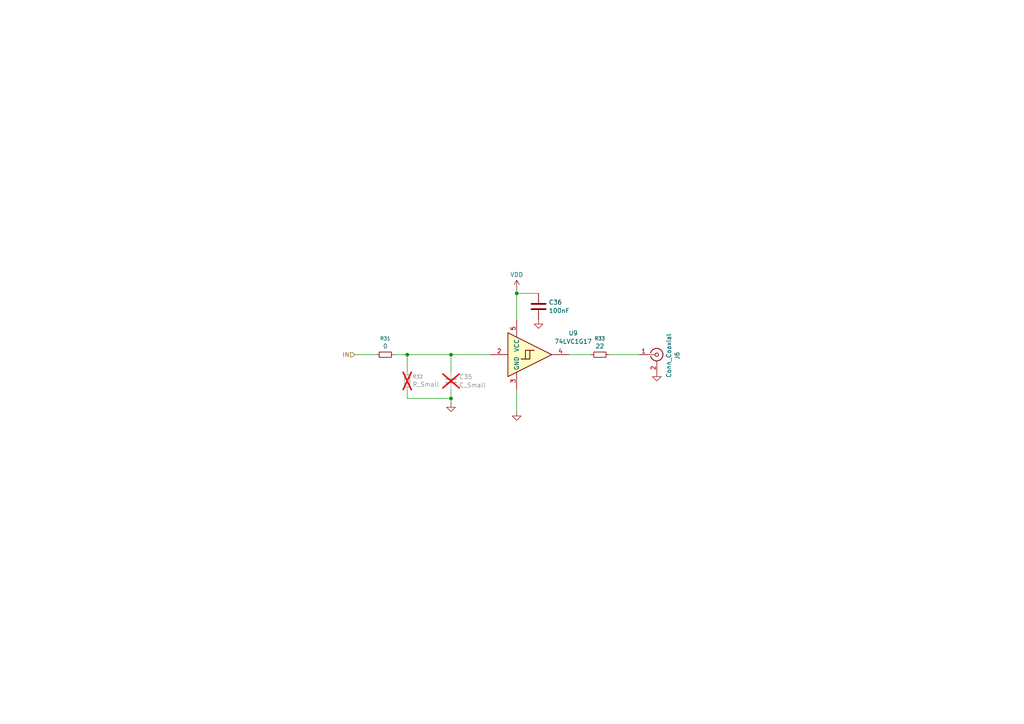
<source format=kicad_sch>
(kicad_sch (version 20250114) (generator "eeschema") (generator_version "9.0")
  (paper "A4")
  (lib_symbols
    (symbol "74xGxx:74LVC1G17"
      (property "Reference" "U" (at 0 3.81 0))
      (property "Value" "74LVC1G17" (at 0 -3.81 0))
      (symbol "74LVC1G17_0_1"
        (polyline (pts (xy -7.62 6.35) (xy -7.62 -6.35) (xy 5.08 0) (xy -7.62 6.35)) (stroke (width 0.254)) (fill (type background)))
        (polyline (pts (xy -3.81 -1.27) (xy -2.54 -1.27) (xy -2.54 1.27) (xy -1.27 1.27)) (stroke (width 0.254)) (fill (type background)))
        (polyline (pts (xy -2.54 -1.27) (xy -1.27 -1.27) (xy -1.27 1.27) (xy 0 1.27)) (stroke (width 0.254)) (fill (type background)))
      )
      (symbol "74LVC1G17_1_1"
        (pin input line (at -12.7 0 0) (length 5.08) (name "~") (number "2"))
        (pin no_connect line (at -7.62 5.08 180) (length 5.08) (hide yes) (name "NC") (number "1"))
        (pin power_in line (at -5.08 10.16 270) (length 5.08) (name "VCC") (number "5"))
        (pin power_in line (at -5.08 -10.16 90) (length 5.08) (name "GND") (number "3"))
        (pin output line (at 10.16 0 180) (length 5.08) (name "~") (number "4"))
      )
    )
    (symbol "Connector:Conn_Coaxial" (pin_names (offset 1.016) (hide yes))
      (property "Reference" "J" (at 0.254 3.048 0))
      (property "Value" "Conn_Coaxial" (at 2.921 0 90))
      (symbol "Conn_Coaxial_0_1"
        (polyline (pts (xy -2.54 0) (xy -0.508 0)))
        (arc (start 1.778 0) (mid 0.222 -1.8079) (end -1.778 -0.508) (stroke (width 0.254)))
        (arc (start -1.778 0.508) (mid 0.2221 1.8084) (end 1.778 0) (stroke (width 0.254)))
        (circle (center 0 0) (radius 0.508) (stroke (width 0.2032)))
        (polyline (pts (xy 0 -2.54) (xy 0 -1.778)))
      )
      (symbol "Conn_Coaxial_1_1"
        (pin passive line (at -5.08 0 0) (length 2.54) (name "In") (number "1"))
        (pin passive line (at 0 -5.08 90) (length 2.54) (name "Ext") (number "2"))
      )
    )
    (symbol "Device:C" (pin_numbers (hide yes)) (pin_names (offset 0.254))
      (property "Reference" "C" (at 0.635 2.54 0))
      (property "Value" "C" (at 0.635 -2.54 0))
      (symbol "C_0_1"
        (polyline (pts (xy -2.032 0.762) (xy 2.032 0.762)) (stroke (width 0.508)))
        (polyline (pts (xy -2.032 -0.762) (xy 2.032 -0.762)) (stroke (width 0.508)))
      )
      (symbol "C_1_1"
        (pin passive line (at 0 3.81 270) (length 2.794) (name "~") (number "1"))
        (pin passive line (at 0 -3.81 90) (length 2.794) (name "~") (number "2"))
      )
    )
    (symbol "Device:C_Small" (pin_numbers (hide yes)) (pin_names (offset 0.254) (hide yes))
      (property "Reference" "C" (at 0.254 1.778 0))
      (property "Value" "C_Small" (at 0.254 -2.032 0))
      (symbol "C_Small_0_1"
        (polyline (pts (xy -1.524 0.508) (xy 1.524 0.508)) (stroke (width 0.3048)))
        (polyline (pts (xy -1.524 -0.508) (xy 1.524 -0.508)) (stroke (width 0.3302)))
      )
      (symbol "C_Small_1_1"
        (pin passive line (at 0 2.54 270) (length 2.032) (name "~") (number "1"))
        (pin passive line (at 0 -2.54 90) (length 2.032) (name "~") (number "2"))
      )
    )
    (symbol "Device:R_Small" (pin_numbers (hide yes)) (pin_names (offset 0.254) (hide yes))
      (property "Reference" "R" (at 0 0 90))
      (property "Value" "R_Small" (at 1.778 0 90))
      (symbol "R_Small_0_1"
        (rectangle (start -0.762 1.778) (end 0.762 -1.778) (stroke (width 0.2032)))
      )
      (symbol "R_Small_1_1"
        (pin passive line (at 0 2.54 270) (length 0.762) (name "~") (number "1"))
        (pin passive line (at 0 -2.54 90) (length 0.762) (name "~") (number "2"))
      )
    )
    (symbol "power:GND" (power) (pin_numbers (hide yes)) (pin_names (offset 0) (hide yes))
      (property "Value" "GND" (at 0 -3.81 0))
      (symbol "GND_0_1"
        (polyline (pts (xy 0 0) (xy 0 -1.27) (xy 1.27 -1.27) (xy 0 -2.54) (xy -1.27 -1.27) (xy 0 -1.27)))
      )
      (symbol "GND_1_1"
        (pin power_in line (at 0 0 270) (length 0) (name "~") (number "1"))
      )
    )
    (symbol "power:VDD" (power) (pin_numbers (hide yes)) (pin_names (offset 0) (hide yes))
      (property "Value" "VDD" (at 0 3.556 0))
      (symbol "VDD_0_1"
        (polyline (pts (xy -0.762 1.27) (xy 0 2.54)))
        (polyline (pts (xy 0 2.54) (xy 0.762 1.27)))
        (polyline (pts (xy 0 0) (xy 0 2.54)))
      )
      (symbol "VDD_1_1"
        (pin power_in line (at 0 0 90) (length 0) (name "~") (number "1"))
      )
    )
  )
  (junction (at 130.81 115.57))
  (junction (at 130.81 102.87))
  (junction (at 118.11 102.87))
  (junction (at 149.86 85.09))
  (wire (pts (xy 118.11 102.87) (xy 118.11 107.95)))
  (wire (pts (xy 176.53 102.87) (xy 185.42 102.87)))
  (wire (pts (xy 114.3 102.87) (xy 118.11 102.87)))
  (wire (pts (xy 149.86 113.03) (xy 149.86 119.38)))
  (wire (pts (xy 130.81 115.57) (xy 118.11 115.57)))
  (wire (pts (xy 118.11 113.03) (xy 118.11 115.57)))
  (wire (pts (xy 130.81 102.87) (xy 142.24 102.87)))
  (wire (pts (xy 102.87 102.87) (xy 109.22 102.87)))
  (wire (pts (xy 130.81 102.87) (xy 130.81 107.95)))
  (wire (pts (xy 130.81 113.03) (xy 130.81 115.57)))
  (wire (pts (xy 165.1 102.87) (xy 171.45 102.87)))
  (wire (pts (xy 130.81 116.84) (xy 130.81 115.57)))
  (wire (pts (xy 118.11 102.87) (xy 130.81 102.87)))
  (wire (pts (xy 149.86 85.09) (xy 149.86 92.71)))
  (wire (pts (xy 149.86 83.82) (xy 149.86 85.09)))
  (wire (pts (xy 149.86 85.09) (xy 156.21 85.09)))
  (hierarchical_label "IN" (shape input) (at 102.87 102.87 180))
  (symbol (lib_id "power:GND") (at 190.5 107.95 0) (unit 1)
    (property "Reference" "#PWR064" (effects (hide yes)))
    (property "Value" "GND" (effects (hide yes)))
    (property "Description" "Power symbol creates a global label with name \"GND\" , ground" (effects (hide yes)))
    (instances (project "tdm2ethernet1" (path "" (reference "#PWR064") (unit 1)) (path "" (reference "#PWR0128") (unit 1))))
  )
  (symbol (lib_id "Connector:Conn_Coaxial") (at 190.5 102.87 0) (unit 1)
    (property "Reference" "J6" (at 196.4226 103.1632 90))
    (property "Value" "Conn_Coaxial" (at 193.9983 103.1632 90))
    (property "Footprint" "Connector_Coaxial:SMA_Amphenol_901-144_Vertical" (effects (hide yes)))
    (property "Description" "coaxial connector (BNC, SMA, SMB, SMC, Cinch/RCA, LEMO, ...)" (effects (hide yes)))
    (instances (project "tdm2ethernet1" (path "" (reference "J6") (unit 1)) (path "" (reference "J2") (unit 1))))
  )
  (symbol (lib_id "Device:R_Small") (at 118.11 110.49 180) (unit 1) (dnp yes)
    (property "Reference" "R32" (at 119.6086 109.2778 0) (effects (font (size 1.016 1.016)) (justify right)))
    (property "Value" "R_Small" (at 119.6086 111.4977 0) (effects (justify right)))
    (property "Footprint" "Resistor_SMD:R_0603_1608Metric" (effects (hide yes)))
    (property "Description" "Resistor, small symbol" (effects (hide yes)))
    (instances (project "tdm2ethernet1" (path "" (reference "R32") (unit 1)) (path "" (reference "R73") (unit 1))))
  )
  (symbol (lib_id "power:GND") (at 149.86 119.38 0) (unit 1)
    (property "Reference" "#PWR062" (effects (hide yes)))
    (property "Value" "GND" (effects (hide yes)))
    (property "Description" "Power symbol creates a global label with name \"GND\" , ground" (effects (hide yes)))
    (instances (project "tdm2ethernet1" (path "" (reference "#PWR062") (unit 1)) (path "" (reference "#PWR0126") (unit 1))))
  )
  (symbol (lib_id "power:VDD") (at 149.86 83.82 0) (unit 1)
    (property "Reference" "#PWR061" (effects (hide yes)))
    (property "Value" "VDD" (at 149.86 79.6869 0))
    (property "Description" "Power symbol creates a global label with name \"VDD\"" (effects (hide yes)))
    (instances (project "tdm2ethernet1" (path "" (reference "#PWR061") (unit 1)) (path "" (reference "#PWR0109") (unit 1))))
  )
  (symbol (lib_id "Device:C") (at 156.21 88.9 0) (unit 1)
    (property "Reference" "C36" (at 159.131 87.6878 0) (effects (justify left)))
    (property "Value" "100nF" (at 159.131 90.1121 0) (effects (justify left)))
    (property "Footprint" "Capacitor_SMD:C_0603_1608Metric" (effects (hide yes)))
    (property "Description" "Unpolarized capacitor" (effects (hide yes)))
    (property "PN" "CC0603KRX7R9BB104" (effects (hide yes)))
    (property "LCSC Part #" "C14663" (effects (hide yes)))
    (instances (project "tdm2ethernet1" (path "" (reference "C36") (unit 1)) (path "" (reference "C52") (unit 1))))
  )
  (symbol (lib_id "Device:R_Small") (at 111.76 102.87 90) (unit 1)
    (property "Reference" "R31" (at 111.76 98.1933 90) (effects (font (size 1.016 1.016))))
    (property "Value" "0" (at 111.76 100.4132 90))
    (property "Footprint" "Resistor_SMD:R_0603_1608Metric" (effects (hide yes)))
    (property "Description" "Resistor, small symbol" (effects (hide yes)))
    (property "PN" "CRCW06030000Z0EA" (effects (hide yes)))
    (property "LCSC Part #" "C21189" (effects (hide yes)))
    (instances (project "tdm2ethernet1" (path "" (reference "R31") (unit 1)) (path "" (reference "R72") (unit 1))))
  )
  (symbol (lib_id "power:GND") (at 156.21 92.71 0) (unit 1)
    (property "Reference" "#PWR063" (effects (hide yes)))
    (property "Value" "GND" (effects (hide yes)))
    (property "Description" "Power symbol creates a global label with name \"GND\" , ground" (effects (hide yes)))
    (instances (project "tdm2ethernet1" (path "" (reference "#PWR063") (unit 1)) (path "" (reference "#PWR0127") (unit 1))))
  )
  (symbol (lib_id "power:GND") (at 130.81 116.84 0) (unit 1)
    (property "Reference" "#PWR060" (effects (hide yes)))
    (property "Value" "GND" (effects (hide yes)))
    (property "Description" "Power symbol creates a global label with name \"GND\" , ground" (effects (hide yes)))
    (instances (project "tdm2ethernet1" (path "" (reference "#PWR060") (unit 1)) (path "" (reference "#PWR0108") (unit 1))))
  )
  (symbol (lib_id "Device:R_Small") (at 173.99 102.87 90) (unit 1)
    (property "Reference" "R33" (at 173.99 98.1933 90) (effects (font (size 1.016 1.016))))
    (property "Value" "22" (at 173.99 100.4132 90))
    (property "Footprint" "Resistor_SMD:R_0603_1608Metric" (effects (hide yes)))
    (property "Description" "Resistor, small symbol" (effects (hide yes)))
    (property "PN" "CRCW060322R0FKEAC" (effects (hide yes)))
    (property "LCSC Part #" "C23345" (effects (hide yes)))
    (instances (project "tdm2ethernet1" (path "" (reference "R33") (unit 1)) (path "" (reference "R76") (unit 1))))
  )
  (symbol (lib_id "Device:C_Small") (at 130.81 110.49 0) (unit 1) (dnp yes)
    (property "Reference" "C35" (at 133.1341 109.2841 0) (effects (justify left)))
    (property "Value" "C_Small" (at 133.1341 111.7084 0) (effects (justify left)))
    (property "Footprint" "Capacitor_SMD:C_0603_1608Metric" (effects (hide yes)))
    (property "Description" "Unpolarized capacitor, small symbol" (effects (hide yes)))
    (instances (project "tdm2ethernet1" (path "" (reference "C35") (unit 1)) (path "" (reference "C12") (unit 1))))
  )
  (symbol (lib_id "74xGxx:74LVC1G17") (at 154.94 102.87 0) (unit 1)
    (property "Reference" "U9" (at 166.2453 96.6234 0))
    (property "Value" "74LVC1G17" (at 166.2453 99.0477 0))
    (property "Footprint" "Package_TO_SOT_SMD:SOT-23-5" (effects (hide yes)))
    (property "Datasheet" "https://www.ti.com/lit/ds/symlink/sn74lvc1g17.pdf" (effects (hide yes)))
    (property "Description" "Single Schmitt Buffer Gate, Low-Voltage CMOS" (effects (hide yes)))
    (property "PN" "SN74LVC1G17DBVR" (effects (hide yes)))
    (property "LCSC Part #" "C7836" (effects (hide yes)))
    (instances (project "tdm2ethernet1" (path "" (reference "U9") (unit 1)) (path "" (reference "U14") (unit 1))))
  )
)
</source>
